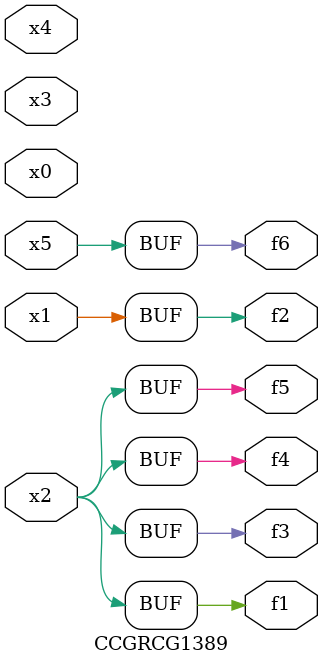
<source format=v>
module CCGRCG1389(
	input x0, x1, x2, x3, x4, x5,
	output f1, f2, f3, f4, f5, f6
);
	assign f1 = x2;
	assign f2 = x1;
	assign f3 = x2;
	assign f4 = x2;
	assign f5 = x2;
	assign f6 = x5;
endmodule

</source>
